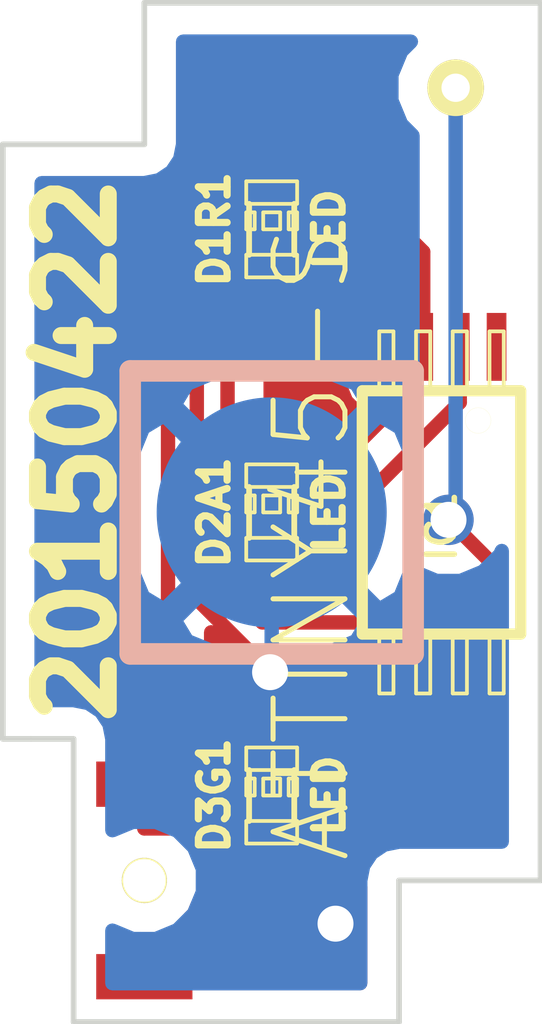
<source format=kicad_pcb>
(kicad_pcb (version 3) (host pcbnew "(2013-jul-07)-stable")

  (general
    (links 10)
    (no_connects 0)
    (area 89.714288 31.150001 140.535715 71.2)
    (thickness 1.6)
    (drawings 40)
    (tracks 54)
    (zones 0)
    (modules 7)
    (nets 7)
  )

  (page A3)
  (layers
    (15 F.Cu signal)
    (0 B.Cu signal)
    (16 B.Adhes user)
    (17 F.Adhes user)
    (18 B.Paste user)
    (19 F.Paste user)
    (20 B.SilkS user)
    (21 F.SilkS user)
    (22 B.Mask user)
    (23 F.Mask user)
    (24 Dwgs.User user hide)
    (25 Cmts.User user)
    (26 Eco1.User user)
    (27 Eco2.User user)
    (28 Edge.Cuts user)
  )

  (setup
    (last_trace_width 0.254)
    (trace_clearance 0.254)
    (zone_clearance 0.508)
    (zone_45_only no)
    (trace_min 0.254)
    (segment_width 0.2)
    (edge_width 0.1)
    (via_size 0.889)
    (via_drill 0.635)
    (via_min_size 0.889)
    (via_min_drill 0.508)
    (uvia_size 0.508)
    (uvia_drill 0.127)
    (uvias_allowed no)
    (uvia_min_size 0.508)
    (uvia_min_drill 0.127)
    (pcb_text_width 0.3)
    (pcb_text_size 1.5 1.5)
    (mod_edge_width 0.15)
    (mod_text_size 1 1)
    (mod_text_width 0.15)
    (pad_size 4.064 4.064)
    (pad_drill 0)
    (pad_to_mask_clearance 0)
    (aux_axis_origin 0 0)
    (visible_elements FFFFFFBF)
    (pcbplotparams
      (layerselection 284983297)
      (usegerberextensions true)
      (excludeedgelayer true)
      (linewidth 0.150000)
      (plotframeref false)
      (viasonmask false)
      (mode 1)
      (useauxorigin false)
      (hpglpennumber 1)
      (hpglpenspeed 20)
      (hpglpendiameter 15)
      (hpglpenoverlay 2)
      (psnegative false)
      (psa4output false)
      (plotreference true)
      (plotvalue true)
      (plotothertext true)
      (plotinvisibletext false)
      (padsonsilk false)
      (subtractmaskfromsilk true)
      (outputformat 1)
      (mirror false)
      (drillshape 0)
      (scaleselection 1)
      (outputdirectory gerber/))
  )

  (net 0 "")
  (net 1 N-000001)
  (net 2 N-000002)
  (net 3 N-000003)
  (net 4 N-000004)
  (net 5 N-000005)
  (net 6 N-000006)

  (net_class Default "This is the default net class."
    (clearance 0.254)
    (trace_width 0.254)
    (via_dia 0.889)
    (via_drill 0.635)
    (uvia_dia 0.508)
    (uvia_drill 0.127)
    (add_net "")
    (add_net N-000001)
    (add_net N-000002)
    (add_net N-000003)
    (add_net N-000004)
    (add_net N-000005)
    (add_net N-000006)
  )

  (module SW_en-b3u-3615 (layer F.Cu) (tedit 5538140D) (tstamp 55380436)
    (at 103 60 90)
    (path /5537F99D)
    (fp_text reference SW1 (at 0 1.8 90) (layer F.SilkS) hide
      (effects (font (size 1 1) (thickness 0.15)))
    )
    (fp_text value SW_PUSH (at 0 -1.9 90) (layer F.SilkS) hide
      (effects (font (size 1 1) (thickness 0.15)))
    )
    (fp_line (start -1.5 -1.25) (end 0 -1.25) (layer Dwgs.User) (width 0.15))
    (fp_line (start 0 1.25) (end 1.5 1.25) (layer Dwgs.User) (width 0.15))
    (fp_line (start 1.5 1.25) (end -1.5 1.25) (layer Dwgs.User) (width 0.15))
    (fp_line (start 0 -1.25) (end 0.25 -1.25) (layer Dwgs.User) (width 0.15))
    (fp_line (start 0.25 -1.25) (end 1.5 -1.25) (layer Dwgs.User) (width 0.15))
    (fp_line (start 0 1.25) (end 0.25 1.25) (layer Dwgs.User) (width 0.15))
    (pad 1 smd rect (at -1.7 0 90) (size 0.8 1.7)
      (layers F.Cu F.Paste F.Mask)
      (net 1 N-000001)
    )
    (pad 2 smd rect (at 1.7 0 90) (size 0.8 1.7)
      (layers F.Cu F.Paste F.Mask)
      (net 4 N-000004)
    )
    (pad "" thru_hole circle (at 0 0 90) (size 0.8 0.8) (drill 0.75)
      (layers *.Cu *.Mask F.SilkS)
    )
  )

  (module 1PIN_SMD (layer B.Cu) (tedit 5538094A) (tstamp 55380103)
    (at 105.25 53.5)
    (descr "module 1 pin (ou trou mecanique de percage)")
    (tags DEV)
    (path /5537FA46)
    (fp_text reference GND1 (at 0 3.50012) (layer B.SilkS) hide
      (effects (font (size 1.016 1.016) (thickness 0.254)) (justify mirror))
    )
    (fp_text value CONNECTOR (at 0.24892 -3.74904) (layer B.SilkS) hide
      (effects (font (size 1.016 1.016) (thickness 0.254)) (justify mirror))
    )
    (fp_line (start -2.49936 2.49936) (end 2.49936 2.49936) (layer B.SilkS) (width 0.381))
    (fp_line (start 2.49936 2.49936) (end 2.49936 -2.49936) (layer B.SilkS) (width 0.381))
    (fp_line (start 2.49936 -2.49936) (end -2.49936 -2.49936) (layer B.SilkS) (width 0.381))
    (fp_line (start -2.49936 -2.49936) (end -2.49936 2.49936) (layer B.SilkS) (width 0.381))
    (pad 1 smd circle (at 0 0) (size 4.064 4.064)
      (layers B.Cu B.Paste B.Mask)
      (net 1 N-000001)
    )
  )

  (module 1pin (layer F.Cu) (tedit 55380FEF) (tstamp 55380873)
    (at 108.5 46)
    (descr "module 1 pin (ou trou mecanique de percage)")
    (tags DEV)
    (path /5537FA6B)
    (fp_text reference V+1 (at 0 -1.4) (layer F.SilkS) hide
      (effects (font (size 1.016 1.016) (thickness 0.254)))
    )
    (fp_text value CONNECTOR (at 0 1.6) (layer F.SilkS) hide
      (effects (font (size 1.016 1.016) (thickness 0.254)))
    )
    (pad 1 thru_hole circle (at 0 0) (size 1 1) (drill 0.5)
      (layers *.Cu *.Mask F.SilkS)
      (net 2 N-000002)
    )
  )

  (module LED-0603 (layer F.Cu) (tedit 4E16AFB4) (tstamp 55380091)
    (at 105.25 48.5 90)
    (descr "LED 0603 smd package")
    (tags "LED led 0603 SMD smd SMT smt smdled SMDLED smtled SMTLED")
    (path /5537F654)
    (attr smd)
    (fp_text reference D1R1 (at 0 -1.016 90) (layer F.SilkS)
      (effects (font (size 0.508 0.508) (thickness 0.127)))
    )
    (fp_text value LED (at 0 1.016 90) (layer F.SilkS)
      (effects (font (size 0.508 0.508) (thickness 0.127)))
    )
    (fp_line (start 0.44958 -0.44958) (end 0.44958 0.44958) (layer F.SilkS) (width 0.06604))
    (fp_line (start 0.44958 0.44958) (end 0.84836 0.44958) (layer F.SilkS) (width 0.06604))
    (fp_line (start 0.84836 -0.44958) (end 0.84836 0.44958) (layer F.SilkS) (width 0.06604))
    (fp_line (start 0.44958 -0.44958) (end 0.84836 -0.44958) (layer F.SilkS) (width 0.06604))
    (fp_line (start -0.84836 -0.44958) (end -0.84836 0.44958) (layer F.SilkS) (width 0.06604))
    (fp_line (start -0.84836 0.44958) (end -0.44958 0.44958) (layer F.SilkS) (width 0.06604))
    (fp_line (start -0.44958 -0.44958) (end -0.44958 0.44958) (layer F.SilkS) (width 0.06604))
    (fp_line (start -0.84836 -0.44958) (end -0.44958 -0.44958) (layer F.SilkS) (width 0.06604))
    (fp_line (start 0 -0.44958) (end 0 -0.29972) (layer F.SilkS) (width 0.06604))
    (fp_line (start 0 -0.29972) (end 0.29972 -0.29972) (layer F.SilkS) (width 0.06604))
    (fp_line (start 0.29972 -0.44958) (end 0.29972 -0.29972) (layer F.SilkS) (width 0.06604))
    (fp_line (start 0 -0.44958) (end 0.29972 -0.44958) (layer F.SilkS) (width 0.06604))
    (fp_line (start 0 0.29972) (end 0 0.44958) (layer F.SilkS) (width 0.06604))
    (fp_line (start 0 0.44958) (end 0.29972 0.44958) (layer F.SilkS) (width 0.06604))
    (fp_line (start 0.29972 0.29972) (end 0.29972 0.44958) (layer F.SilkS) (width 0.06604))
    (fp_line (start 0 0.29972) (end 0.29972 0.29972) (layer F.SilkS) (width 0.06604))
    (fp_line (start 0 -0.14986) (end 0 0.14986) (layer F.SilkS) (width 0.06604))
    (fp_line (start 0 0.14986) (end 0.29972 0.14986) (layer F.SilkS) (width 0.06604))
    (fp_line (start 0.29972 -0.14986) (end 0.29972 0.14986) (layer F.SilkS) (width 0.06604))
    (fp_line (start 0 -0.14986) (end 0.29972 -0.14986) (layer F.SilkS) (width 0.06604))
    (fp_line (start 0.44958 -0.39878) (end -0.44958 -0.39878) (layer F.SilkS) (width 0.1016))
    (fp_line (start 0.44958 0.39878) (end -0.44958 0.39878) (layer F.SilkS) (width 0.1016))
    (pad 1 smd rect (at -0.7493 0 90) (size 0.79756 0.79756)
      (layers F.Cu F.Paste F.Mask)
      (net 3 N-000003)
    )
    (pad 2 smd rect (at 0.7493 0 90) (size 0.79756 0.79756)
      (layers F.Cu F.Paste F.Mask)
      (net 1 N-000001)
    )
  )

  (module LED-0603 (layer F.Cu) (tedit 4E16AFB4) (tstamp 553800AD)
    (at 105.25 53.5 90)
    (descr "LED 0603 smd package")
    (tags "LED led 0603 SMD smd SMT smt smdled SMDLED smtled SMTLED")
    (path /5537F68E)
    (attr smd)
    (fp_text reference D2A1 (at 0 -1.016 90) (layer F.SilkS)
      (effects (font (size 0.508 0.508) (thickness 0.127)))
    )
    (fp_text value LED (at 0 1.016 90) (layer F.SilkS)
      (effects (font (size 0.508 0.508) (thickness 0.127)))
    )
    (fp_line (start 0.44958 -0.44958) (end 0.44958 0.44958) (layer F.SilkS) (width 0.06604))
    (fp_line (start 0.44958 0.44958) (end 0.84836 0.44958) (layer F.SilkS) (width 0.06604))
    (fp_line (start 0.84836 -0.44958) (end 0.84836 0.44958) (layer F.SilkS) (width 0.06604))
    (fp_line (start 0.44958 -0.44958) (end 0.84836 -0.44958) (layer F.SilkS) (width 0.06604))
    (fp_line (start -0.84836 -0.44958) (end -0.84836 0.44958) (layer F.SilkS) (width 0.06604))
    (fp_line (start -0.84836 0.44958) (end -0.44958 0.44958) (layer F.SilkS) (width 0.06604))
    (fp_line (start -0.44958 -0.44958) (end -0.44958 0.44958) (layer F.SilkS) (width 0.06604))
    (fp_line (start -0.84836 -0.44958) (end -0.44958 -0.44958) (layer F.SilkS) (width 0.06604))
    (fp_line (start 0 -0.44958) (end 0 -0.29972) (layer F.SilkS) (width 0.06604))
    (fp_line (start 0 -0.29972) (end 0.29972 -0.29972) (layer F.SilkS) (width 0.06604))
    (fp_line (start 0.29972 -0.44958) (end 0.29972 -0.29972) (layer F.SilkS) (width 0.06604))
    (fp_line (start 0 -0.44958) (end 0.29972 -0.44958) (layer F.SilkS) (width 0.06604))
    (fp_line (start 0 0.29972) (end 0 0.44958) (layer F.SilkS) (width 0.06604))
    (fp_line (start 0 0.44958) (end 0.29972 0.44958) (layer F.SilkS) (width 0.06604))
    (fp_line (start 0.29972 0.29972) (end 0.29972 0.44958) (layer F.SilkS) (width 0.06604))
    (fp_line (start 0 0.29972) (end 0.29972 0.29972) (layer F.SilkS) (width 0.06604))
    (fp_line (start 0 -0.14986) (end 0 0.14986) (layer F.SilkS) (width 0.06604))
    (fp_line (start 0 0.14986) (end 0.29972 0.14986) (layer F.SilkS) (width 0.06604))
    (fp_line (start 0.29972 -0.14986) (end 0.29972 0.14986) (layer F.SilkS) (width 0.06604))
    (fp_line (start 0 -0.14986) (end 0.29972 -0.14986) (layer F.SilkS) (width 0.06604))
    (fp_line (start 0.44958 -0.39878) (end -0.44958 -0.39878) (layer F.SilkS) (width 0.1016))
    (fp_line (start 0.44958 0.39878) (end -0.44958 0.39878) (layer F.SilkS) (width 0.1016))
    (pad 1 smd rect (at -0.7493 0 90) (size 0.79756 0.79756)
      (layers F.Cu F.Paste F.Mask)
      (net 5 N-000005)
    )
    (pad 2 smd rect (at 0.7493 0 90) (size 0.79756 0.79756)
      (layers F.Cu F.Paste F.Mask)
      (net 1 N-000001)
    )
  )

  (module LED-0603 (layer F.Cu) (tedit 4E16AFB4) (tstamp 553800C9)
    (at 105.25 58.5 90)
    (descr "LED 0603 smd package")
    (tags "LED led 0603 SMD smd SMT smt smdled SMDLED smtled SMTLED")
    (path /5537F694)
    (attr smd)
    (fp_text reference D3G1 (at 0 -1.016 90) (layer F.SilkS)
      (effects (font (size 0.508 0.508) (thickness 0.127)))
    )
    (fp_text value LED (at 0 1.016 90) (layer F.SilkS)
      (effects (font (size 0.508 0.508) (thickness 0.127)))
    )
    (fp_line (start 0.44958 -0.44958) (end 0.44958 0.44958) (layer F.SilkS) (width 0.06604))
    (fp_line (start 0.44958 0.44958) (end 0.84836 0.44958) (layer F.SilkS) (width 0.06604))
    (fp_line (start 0.84836 -0.44958) (end 0.84836 0.44958) (layer F.SilkS) (width 0.06604))
    (fp_line (start 0.44958 -0.44958) (end 0.84836 -0.44958) (layer F.SilkS) (width 0.06604))
    (fp_line (start -0.84836 -0.44958) (end -0.84836 0.44958) (layer F.SilkS) (width 0.06604))
    (fp_line (start -0.84836 0.44958) (end -0.44958 0.44958) (layer F.SilkS) (width 0.06604))
    (fp_line (start -0.44958 -0.44958) (end -0.44958 0.44958) (layer F.SilkS) (width 0.06604))
    (fp_line (start -0.84836 -0.44958) (end -0.44958 -0.44958) (layer F.SilkS) (width 0.06604))
    (fp_line (start 0 -0.44958) (end 0 -0.29972) (layer F.SilkS) (width 0.06604))
    (fp_line (start 0 -0.29972) (end 0.29972 -0.29972) (layer F.SilkS) (width 0.06604))
    (fp_line (start 0.29972 -0.44958) (end 0.29972 -0.29972) (layer F.SilkS) (width 0.06604))
    (fp_line (start 0 -0.44958) (end 0.29972 -0.44958) (layer F.SilkS) (width 0.06604))
    (fp_line (start 0 0.29972) (end 0 0.44958) (layer F.SilkS) (width 0.06604))
    (fp_line (start 0 0.44958) (end 0.29972 0.44958) (layer F.SilkS) (width 0.06604))
    (fp_line (start 0.29972 0.29972) (end 0.29972 0.44958) (layer F.SilkS) (width 0.06604))
    (fp_line (start 0 0.29972) (end 0.29972 0.29972) (layer F.SilkS) (width 0.06604))
    (fp_line (start 0 -0.14986) (end 0 0.14986) (layer F.SilkS) (width 0.06604))
    (fp_line (start 0 0.14986) (end 0.29972 0.14986) (layer F.SilkS) (width 0.06604))
    (fp_line (start 0.29972 -0.14986) (end 0.29972 0.14986) (layer F.SilkS) (width 0.06604))
    (fp_line (start 0 -0.14986) (end 0.29972 -0.14986) (layer F.SilkS) (width 0.06604))
    (fp_line (start 0.44958 -0.39878) (end -0.44958 -0.39878) (layer F.SilkS) (width 0.1016))
    (fp_line (start 0.44958 0.39878) (end -0.44958 0.39878) (layer F.SilkS) (width 0.1016))
    (pad 1 smd rect (at -0.7493 0 90) (size 0.79756 0.79756)
      (layers F.Cu F.Paste F.Mask)
      (net 6 N-000006)
    )
    (pad 2 smd rect (at 0.7493 0 90) (size 0.79756 0.79756)
      (layers F.Cu F.Paste F.Mask)
      (net 1 N-000001)
    )
  )

  (module analog-devices-TSSOP8 (layer F.Cu) (tedit 505105E9) (tstamp 55380EB8)
    (at 108.25 53.5 270)
    (descr TSSOP)
    (tags TSSOP)
    (path /5537F49D)
    (attr smd)
    (fp_text reference IC1 (at 0.24892 0 270) (layer F.SilkS)
      (effects (font (size 0.50038 0.50038) (thickness 0.09906)))
    )
    (fp_text value ATTINY45-S (at 0.5588 2.28854 270) (layer F.SilkS)
      (effects (font (size 1.27 1.27) (thickness 0.0889)))
    )
    (fp_line (start -3.19786 -0.84836) (end -2.19964 -0.84836) (layer F.SilkS) (width 0.06604))
    (fp_line (start -2.19964 -0.84836) (end -2.19964 -1.09982) (layer F.SilkS) (width 0.06604))
    (fp_line (start -3.19786 -1.09982) (end -2.19964 -1.09982) (layer F.SilkS) (width 0.06604))
    (fp_line (start -3.19786 -0.84836) (end -3.19786 -1.09982) (layer F.SilkS) (width 0.06604))
    (fp_line (start -3.19786 -0.19812) (end -2.19964 -0.19812) (layer F.SilkS) (width 0.06604))
    (fp_line (start -2.19964 -0.19812) (end -2.19964 -0.44958) (layer F.SilkS) (width 0.06604))
    (fp_line (start -3.19786 -0.44958) (end -2.19964 -0.44958) (layer F.SilkS) (width 0.06604))
    (fp_line (start -3.19786 -0.19812) (end -3.19786 -0.44958) (layer F.SilkS) (width 0.06604))
    (fp_line (start -3.19786 0.44958) (end -2.19964 0.44958) (layer F.SilkS) (width 0.06604))
    (fp_line (start -2.19964 0.44958) (end -2.19964 0.19812) (layer F.SilkS) (width 0.06604))
    (fp_line (start -3.19786 0.19812) (end -2.19964 0.19812) (layer F.SilkS) (width 0.06604))
    (fp_line (start -3.19786 0.44958) (end -3.19786 0.19812) (layer F.SilkS) (width 0.06604))
    (fp_line (start -3.19786 1.09982) (end -2.19964 1.09982) (layer F.SilkS) (width 0.06604))
    (fp_line (start -2.19964 1.09982) (end -2.19964 0.84836) (layer F.SilkS) (width 0.06604))
    (fp_line (start -3.19786 0.84836) (end -2.19964 0.84836) (layer F.SilkS) (width 0.06604))
    (fp_line (start -3.19786 1.09982) (end -3.19786 0.84836) (layer F.SilkS) (width 0.06604))
    (fp_line (start 2.19964 1.09982) (end 3.19786 1.09982) (layer F.SilkS) (width 0.06604))
    (fp_line (start 3.19786 1.09982) (end 3.19786 0.84836) (layer F.SilkS) (width 0.06604))
    (fp_line (start 2.19964 0.84836) (end 3.19786 0.84836) (layer F.SilkS) (width 0.06604))
    (fp_line (start 2.19964 1.09982) (end 2.19964 0.84836) (layer F.SilkS) (width 0.06604))
    (fp_line (start 2.19964 0.44958) (end 3.19786 0.44958) (layer F.SilkS) (width 0.06604))
    (fp_line (start 3.19786 0.44958) (end 3.19786 0.19812) (layer F.SilkS) (width 0.06604))
    (fp_line (start 2.19964 0.19812) (end 3.19786 0.19812) (layer F.SilkS) (width 0.06604))
    (fp_line (start 2.19964 0.44958) (end 2.19964 0.19812) (layer F.SilkS) (width 0.06604))
    (fp_line (start 2.19964 -0.19812) (end 3.19786 -0.19812) (layer F.SilkS) (width 0.06604))
    (fp_line (start 3.19786 -0.19812) (end 3.19786 -0.44958) (layer F.SilkS) (width 0.06604))
    (fp_line (start 2.19964 -0.44958) (end 3.19786 -0.44958) (layer F.SilkS) (width 0.06604))
    (fp_line (start 2.19964 -0.19812) (end 2.19964 -0.44958) (layer F.SilkS) (width 0.06604))
    (fp_line (start 2.19964 -0.84836) (end 3.19786 -0.84836) (layer F.SilkS) (width 0.06604))
    (fp_line (start 3.19786 -0.84836) (end 3.19786 -1.09982) (layer F.SilkS) (width 0.06604))
    (fp_line (start 2.19964 -1.09982) (end 3.19786 -1.09982) (layer F.SilkS) (width 0.06604))
    (fp_line (start 2.19964 -0.84836) (end 2.19964 -1.09982) (layer F.SilkS) (width 0.06604))
    (fp_line (start -2.14884 1.39954) (end 2.14884 1.39954) (layer F.SilkS) (width 0.19812))
    (fp_line (start 2.14884 1.39954) (end 2.14884 -1.39954) (layer F.SilkS) (width 0.19812))
    (fp_line (start 2.14884 -1.39954) (end -2.14884 -1.39954) (layer F.SilkS) (width 0.19812))
    (fp_line (start -2.14884 -1.39954) (end -2.14884 1.39954) (layer F.SilkS) (width 0.19812))
    (fp_circle (center -1.62306 -0.6477) (end -1.78308 -0.80772) (layer F.SilkS) (width 0.00254))
    (pad 1 smd rect (at -2.92354 -0.97282 270) (size 1.19888 0.34798)
      (layers F.Cu F.Paste F.Mask)
    )
    (pad 2 smd rect (at -2.92354 -0.32258 270) (size 1.19888 0.34798)
      (layers F.Cu F.Paste F.Mask)
      (net 5 N-000005)
    )
    (pad 3 smd rect (at -2.92354 0.32258 270) (size 1.19888 0.34798)
      (layers F.Cu F.Paste F.Mask)
      (net 6 N-000006)
    )
    (pad 4 smd rect (at -2.92354 0.97282 270) (size 1.19888 0.34798)
      (layers F.Cu F.Paste F.Mask)
      (net 1 N-000001)
    )
    (pad 5 smd rect (at 2.92354 0.97282 270) (size 1.19888 0.34798)
      (layers F.Cu F.Paste F.Mask)
      (net 4 N-000004)
    )
    (pad 6 smd rect (at 2.92354 0.32258 270) (size 1.19888 0.34798)
      (layers F.Cu F.Paste F.Mask)
      (net 3 N-000003)
    )
    (pad 7 smd rect (at 2.92354 -0.32258 270) (size 1.19888 0.34798)
      (layers F.Cu F.Paste F.Mask)
    )
    (pad 8 smd rect (at 2.92354 -0.97282 270) (size 1.19888 0.34798)
      (layers F.Cu F.Paste F.Mask)
      (net 2 N-000002)
    )
  )

  (gr_text 20150422 (at 101.8 52.4 90) (layer F.SilkS)
    (effects (font (size 1.25 1.25) (thickness 0.3)))
  )
  (gr_line (start 107.5 62.5) (end 101.75 62.5) (angle 90) (layer Edge.Cuts) (width 0.1))
  (gr_line (start 101.75 57.5) (end 101.75 62.5) (angle 90) (layer Edge.Cuts) (width 0.1))
  (gr_line (start 101.75 57.5) (end 101 57.5) (angle 90) (layer Edge.Cuts) (width 0.1))
  (dimension 1.25 (width 0.3) (layer Dwgs.User)
    (gr_text "1.250 mm" (at 101.125 65.849999) (layer Dwgs.User)
      (effects (font (size 1.5 1.5) (thickness 0.3)))
    )
    (feature1 (pts (xy 100.5 62.5) (xy 100.5 67.199999)))
    (feature2 (pts (xy 101.75 62.5) (xy 101.75 67.199999)))
    (crossbar (pts (xy 101.75 64.499999) (xy 100.5 64.499999)))
    (arrow1a (pts (xy 100.5 64.499999) (xy 101.626503 63.913579)))
    (arrow1b (pts (xy 100.5 64.499999) (xy 101.626503 65.086419)))
    (arrow2a (pts (xy 101.75 64.499999) (xy 100.623497 63.913579)))
    (arrow2b (pts (xy 101.75 64.499999) (xy 100.623497 65.086419)))
  )
  (dimension 2.5 (width 0.3) (layer Dwgs.User)
    (gr_text "2.500 mm" (at 101.75 69.849999) (layer Dwgs.User)
      (effects (font (size 1.5 1.5) (thickness 0.3)))
    )
    (feature1 (pts (xy 103 63) (xy 103 71.199999)))
    (feature2 (pts (xy 100.5 63) (xy 100.5 71.199999)))
    (crossbar (pts (xy 100.5 68.499999) (xy 103 68.499999)))
    (arrow1a (pts (xy 103 68.499999) (xy 101.873497 69.086419)))
    (arrow1b (pts (xy 103 68.499999) (xy 101.873497 67.913579)))
    (arrow2a (pts (xy 100.5 68.499999) (xy 101.626503 69.086419)))
    (arrow2b (pts (xy 100.5 68.499999) (xy 101.626503 67.913579)))
  )
  (gr_line (start 100.5 47) (end 100.5 57.5) (angle 90) (layer Edge.Cuts) (width 0.1))
  (gr_line (start 101 57.5) (end 100.5 57.5) (angle 90) (layer Edge.Cuts) (width 0.1))
  (gr_line (start 110 48.5) (end 105.25 48.5) (angle 90) (layer Dwgs.User) (width 0.2))
  (dimension 4 (width 0.3) (layer Dwgs.User)
    (gr_text "4.000 mm" (at 115.599999 46.5 270) (layer Dwgs.User)
      (effects (font (size 1.5 1.5) (thickness 0.3)))
    )
    (feature1 (pts (xy 110 48.5) (xy 116.949999 48.5)))
    (feature2 (pts (xy 110 44.5) (xy 116.949999 44.5)))
    (crossbar (pts (xy 114.249999 44.5) (xy 114.249999 48.5)))
    (arrow1a (pts (xy 114.249999 48.5) (xy 113.663579 47.373497)))
    (arrow1b (pts (xy 114.249999 48.5) (xy 114.836419 47.373497)))
    (arrow2a (pts (xy 114.249999 44.5) (xy 113.663579 45.626503)))
    (arrow2b (pts (xy 114.249999 44.5) (xy 114.836419 45.626503)))
  )
  (gr_line (start 110 58.5) (end 105.25 58.5) (angle 90) (layer Dwgs.User) (width 0.2))
  (dimension 4 (width 0.3) (layer Dwgs.User)
    (gr_text "4.000 mm" (at 114.6 60.5 90) (layer Dwgs.User)
      (effects (font (size 1.5 1.5) (thickness 0.3)))
    )
    (feature1 (pts (xy 110 58.5) (xy 115.95 58.5)))
    (feature2 (pts (xy 110 62.5) (xy 115.95 62.5)))
    (crossbar (pts (xy 113.25 62.5) (xy 113.25 58.5)))
    (arrow1a (pts (xy 113.25 58.5) (xy 113.83642 59.626503)))
    (arrow1b (pts (xy 113.25 58.5) (xy 112.66358 59.626503)))
    (arrow2a (pts (xy 113.25 62.5) (xy 113.83642 61.373497)))
    (arrow2b (pts (xy 113.25 62.5) (xy 112.66358 61.373497)))
  )
  (gr_line (start 105.25 49) (end 110 49) (angle 90) (layer Dwgs.User) (width 0.2))
  (dimension 4.5 (width 0.3) (layer Dwgs.User)
    (gr_text "4.500 mm" (at 134.6 51.25 90) (layer Dwgs.User)
      (effects (font (size 1.5 1.5) (thickness 0.3)))
    )
    (feature1 (pts (xy 110 49) (xy 135.95 49)))
    (feature2 (pts (xy 110 53.5) (xy 135.95 53.5)))
    (crossbar (pts (xy 133.25 53.5) (xy 133.25 49)))
    (arrow1a (pts (xy 133.25 49) (xy 133.83642 50.126503)))
    (arrow1b (pts (xy 133.25 49) (xy 132.66358 50.126503)))
    (arrow2a (pts (xy 133.25 53.5) (xy 133.83642 52.373497)))
    (arrow2b (pts (xy 133.25 53.5) (xy 132.66358 52.373497)))
  )
  (gr_line (start 110 58) (end 105.25 58) (angle 90) (layer Dwgs.User) (width 0.2))
  (gr_line (start 110 58.25) (end 110 58) (angle 90) (layer Dwgs.User) (width 0.2))
  (dimension 4.5 (width 0.3) (layer Dwgs.User)
    (gr_text "4.500 mm" (at 134.35 60.25 90) (layer Dwgs.User)
      (effects (font (size 1.5 1.5) (thickness 0.3)))
    )
    (feature1 (pts (xy 110 58) (xy 135.7 58)))
    (feature2 (pts (xy 110 62.5) (xy 135.7 62.5)))
    (crossbar (pts (xy 133 62.5) (xy 133 58)))
    (arrow1a (pts (xy 133 58) (xy 133.58642 59.126503)))
    (arrow1b (pts (xy 133 58) (xy 132.41358 59.126503)))
    (arrow2a (pts (xy 133 62.5) (xy 133.58642 61.373497)))
    (arrow2b (pts (xy 133 62.5) (xy 132.41358 61.373497)))
  )
  (gr_line (start 105.25 44.75) (end 105.25 62.5) (angle 90) (layer Dwgs.User) (width 0.2))
  (dimension 4.75 (width 0.3) (layer Dwgs.User)
    (gr_text "4.750 mm" (at 107.625 40.400001) (layer Dwgs.User)
      (effects (font (size 1.5 1.5) (thickness 0.3)))
    )
    (feature1 (pts (xy 105.25 44.5) (xy 105.25 39.050001)))
    (feature2 (pts (xy 110 44.5) (xy 110 39.050001)))
    (crossbar (pts (xy 110 41.750001) (xy 105.25 41.750001)))
    (arrow1a (pts (xy 105.25 41.750001) (xy 106.376503 41.163581)))
    (arrow1b (pts (xy 105.25 41.750001) (xy 106.376503 42.336421)))
    (arrow2a (pts (xy 110 41.750001) (xy 108.873497 41.163581)))
    (arrow2b (pts (xy 110 41.750001) (xy 108.873497 42.336421)))
  )
  (gr_line (start 110 53.5) (end 100.5 53.5) (angle 90) (layer Dwgs.User) (width 0.2))
  (dimension 9 (width 0.3) (layer Dwgs.User)
    (gr_text "9.000 mm" (at 128.1 58 90) (layer Dwgs.User)
      (effects (font (size 1.5 1.5) (thickness 0.3)))
    )
    (feature1 (pts (xy 110 53.5) (xy 129.45 53.5)))
    (feature2 (pts (xy 110 62.5) (xy 129.45 62.5)))
    (crossbar (pts (xy 126.75 62.5) (xy 126.75 53.5)))
    (arrow1a (pts (xy 126.75 53.5) (xy 127.33642 54.626503)))
    (arrow1b (pts (xy 126.75 53.5) (xy 126.16358 54.626503)))
    (arrow2a (pts (xy 126.75 62.5) (xy 127.33642 61.373497)))
    (arrow2b (pts (xy 126.75 62.5) (xy 126.16358 61.373497)))
  )
  (gr_line (start 107.5 60) (end 107.5 62.5) (angle 90) (layer Edge.Cuts) (width 0.1))
  (gr_line (start 110 60) (end 107.5 60) (angle 90) (layer Edge.Cuts) (width 0.1))
  (gr_line (start 110 44.5) (end 110 60) (angle 90) (layer Edge.Cuts) (width 0.1))
  (gr_line (start 107.5 60) (end 107.5 62.5) (angle 90) (layer Dwgs.User) (width 0.2))
  (gr_line (start 110 60) (end 107.5 60) (angle 90) (layer Dwgs.User) (width 0.2))
  (dimension 2.5 (width 0.3) (layer Dwgs.User)
    (gr_text "2.500 mm" (at 120.1 61.25 90) (layer Dwgs.User)
      (effects (font (size 1.5 1.5) (thickness 0.3)))
    )
    (feature1 (pts (xy 110 60) (xy 121.45 60)))
    (feature2 (pts (xy 110 62.5) (xy 121.45 62.5)))
    (crossbar (pts (xy 118.75 62.5) (xy 118.75 60)))
    (arrow1a (pts (xy 118.75 60) (xy 119.33642 61.126503)))
    (arrow1b (pts (xy 118.75 60) (xy 118.16358 61.126503)))
    (arrow2a (pts (xy 118.75 62.5) (xy 119.33642 61.373497)))
    (arrow2b (pts (xy 118.75 62.5) (xy 118.16358 61.373497)))
  )
  (gr_line (start 100.5 62.5) (end 110 62.5) (angle 90) (layer Dwgs.User) (width 0.2))
  (gr_line (start 100.5 44.5) (end 100.5 62.5) (angle 90) (layer Dwgs.User) (width 0.2))
  (gr_line (start 110 44.5) (end 110 62.5) (angle 90) (layer Dwgs.User) (width 0.2))
  (dimension 18 (width 0.3) (layer Dwgs.User)
    (gr_text "18.000 mm" (at 123.599999 53.500001 270) (layer Dwgs.User)
      (effects (font (size 1.5 1.5) (thickness 0.3)))
    )
    (feature1 (pts (xy 110 62.5) (xy 124.949999 62.500001)))
    (feature2 (pts (xy 110 44.5) (xy 124.949999 44.500001)))
    (crossbar (pts (xy 122.249999 44.500001) (xy 122.249999 62.500001)))
    (arrow1a (pts (xy 122.249999 62.500001) (xy 121.663579 61.373498)))
    (arrow1b (pts (xy 122.249999 62.500001) (xy 122.836419 61.373498)))
    (arrow2a (pts (xy 122.249999 44.500001) (xy 121.663579 45.626504)))
    (arrow2b (pts (xy 122.249999 44.500001) (xy 122.836419 45.626504)))
  )
  (gr_line (start 103 47) (end 100.5 47) (angle 90) (layer Dwgs.User) (width 0.2))
  (gr_line (start 103 44.5) (end 103 47) (angle 90) (layer Dwgs.User) (width 0.2))
  (dimension 2.5 (width 0.3) (layer Dwgs.User)
    (gr_text "2.500 mm" (at 95.650001 45.75 270) (layer Dwgs.User)
      (effects (font (size 1.5 1.5) (thickness 0.3)))
    )
    (feature1 (pts (xy 100.5 47) (xy 94.300001 47)))
    (feature2 (pts (xy 100.5 44.5) (xy 94.300001 44.5)))
    (crossbar (pts (xy 97.000001 44.5) (xy 97.000001 47)))
    (arrow1a (pts (xy 97.000001 47) (xy 96.413581 45.873497)))
    (arrow1b (pts (xy 97.000001 47) (xy 97.586421 45.873497)))
    (arrow2a (pts (xy 97.000001 44.5) (xy 96.413581 45.626503)))
    (arrow2b (pts (xy 97.000001 44.5) (xy 97.586421 45.626503)))
  )
  (dimension 2.5 (width 0.3) (layer Dwgs.User)
    (gr_text "2.500 mm" (at 101.75 32.650001) (layer Dwgs.User)
      (effects (font (size 1.5 1.5) (thickness 0.3)))
    )
    (feature1 (pts (xy 103 44.5) (xy 103 31.300001)))
    (feature2 (pts (xy 100.5 44.5) (xy 100.5 31.300001)))
    (crossbar (pts (xy 100.5 34.000001) (xy 103 34.000001)))
    (arrow1a (pts (xy 103 34.000001) (xy 101.873497 34.586421)))
    (arrow1b (pts (xy 103 34.000001) (xy 101.873497 33.413581)))
    (arrow2a (pts (xy 100.5 34.000001) (xy 101.626503 34.586421)))
    (arrow2b (pts (xy 100.5 34.000001) (xy 101.626503 33.413581)))
  )
  (dimension 9.5 (width 0.3) (layer Dwgs.User)
    (gr_text "9.500 mm" (at 105.25 37.650001) (layer Dwgs.User)
      (effects (font (size 1.5 1.5) (thickness 0.3)))
    )
    (feature1 (pts (xy 100.5 44.5) (xy 100.5 36.300001)))
    (feature2 (pts (xy 110 44.5) (xy 110 36.300001)))
    (crossbar (pts (xy 110 39.000001) (xy 100.5 39.000001)))
    (arrow1a (pts (xy 100.5 39.000001) (xy 101.626503 38.413581)))
    (arrow1b (pts (xy 100.5 39.000001) (xy 101.626503 39.586421)))
    (arrow2a (pts (xy 110 39.000001) (xy 108.873497 38.413581)))
    (arrow2b (pts (xy 110 39.000001) (xy 108.873497 39.586421)))
  )
  (gr_line (start 100 44.5) (end 110 44.5) (angle 90) (layer Dwgs.User) (width 0.2))
  (gr_line (start 103 44.5) (end 110 44.5) (angle 90) (layer Edge.Cuts) (width 0.1))
  (gr_line (start 103 47) (end 103 44.5) (angle 90) (layer Edge.Cuts) (width 0.1))
  (gr_line (start 100.5 47) (end 103 47) (angle 90) (layer Edge.Cuts) (width 0.1))

  (via (at 105.2213 56.322) (size 0.889) (layers F.Cu B.Cu) (net 1))
  (via (at 106.3777 60.7637) (size 0.889) (layers F.Cu B.Cu) (net 1))
  (segment (start 106.0301 48.3487) (end 106.0301 47.7507) (width 0.254) (layer F.Cu) (net 1))
  (segment (start 107.2772 49.5958) (end 106.0301 48.3487) (width 0.254) (layer F.Cu) (net 1))
  (segment (start 107.2772 50.5765) (end 107.2772 49.5958) (width 0.254) (layer F.Cu) (net 1))
  (segment (start 106.8638 51.9706) (end 107.2772 51.5572) (width 0.254) (layer F.Cu) (net 1))
  (segment (start 105.25 51.9706) (end 106.8638 51.9706) (width 0.254) (layer F.Cu) (net 1))
  (segment (start 105.25 52.7507) (end 105.25 51.9706) (width 0.254) (layer F.Cu) (net 1))
  (segment (start 107.2772 50.5765) (end 107.2772 51.5572) (width 0.254) (layer F.Cu) (net 1))
  (segment (start 105.6401 47.7507) (end 106.0301 47.7507) (width 0.254) (layer F.Cu) (net 1))
  (segment (start 105.6401 47.7507) (end 105.25 47.7507) (width 0.254) (layer F.Cu) (net 1))
  (segment (start 105.25 57.7507) (end 105.25 56.9706) (width 0.254) (layer F.Cu) (net 1))
  (segment (start 105.25 56.3507) (end 105.2213 56.322) (width 0.254) (layer F.Cu) (net 1))
  (segment (start 105.25 56.9706) (end 105.25 56.3507) (width 0.254) (layer F.Cu) (net 1))
  (segment (start 103.9269 55.0276) (end 105.2213 56.322) (width 0.254) (layer F.Cu) (net 1))
  (segment (start 103.9269 49.0738) (end 103.9269 55.0276) (width 0.254) (layer F.Cu) (net 1))
  (segment (start 105.25 47.7507) (end 103.9269 49.0738) (width 0.254) (layer F.Cu) (net 1))
  (segment (start 103 61.7) (end 104.2313 61.7) (width 0.254) (layer F.Cu) (net 1))
  (segment (start 105.25 56.2933) (end 105.2213 56.322) (width 0.254) (layer B.Cu) (net 1))
  (segment (start 105.25 53.5) (end 105.25 56.2933) (width 0.254) (layer B.Cu) (net 1))
  (segment (start 105.2213 59.6073) (end 106.3777 60.7637) (width 0.254) (layer B.Cu) (net 1))
  (segment (start 105.2213 56.322) (end 105.2213 59.6073) (width 0.254) (layer B.Cu) (net 1))
  (segment (start 105.4414 61.7) (end 106.3777 60.7637) (width 0.254) (layer F.Cu) (net 1))
  (segment (start 104.2313 61.7) (end 105.4414 61.7) (width 0.254) (layer F.Cu) (net 1))
  (via (at 108.3742 53.6311) (size 0.889) (layers F.Cu B.Cu) (net 2))
  (segment (start 109.2228 56.4235) (end 109.2228 55.4428) (width 0.254) (layer F.Cu) (net 2))
  (segment (start 108.5 53.5053) (end 108.3742 53.6311) (width 0.254) (layer B.Cu) (net 2))
  (segment (start 108.5 46) (end 108.5 53.5053) (width 0.254) (layer B.Cu) (net 2))
  (segment (start 109.2228 54.4797) (end 108.3742 53.6311) (width 0.254) (layer F.Cu) (net 2))
  (segment (start 109.2228 55.4428) (end 109.2228 54.4797) (width 0.254) (layer F.Cu) (net 2))
  (segment (start 104.4699 50.8095) (end 105.25 50.0294) (width 0.254) (layer F.Cu) (net 3))
  (segment (start 104.4699 54.8286) (end 104.4699 50.8095) (width 0.254) (layer F.Cu) (net 3))
  (segment (start 105.0841 55.4428) (end 104.4699 54.8286) (width 0.254) (layer F.Cu) (net 3))
  (segment (start 107.9274 55.4428) (end 105.0841 55.4428) (width 0.254) (layer F.Cu) (net 3))
  (segment (start 107.9274 56.4235) (end 107.9274 55.4428) (width 0.254) (layer F.Cu) (net 3))
  (segment (start 105.25 49.2493) (end 105.25 50.0294) (width 0.254) (layer F.Cu) (net 3))
  (segment (start 103.6729 59.0813) (end 103 59.0813) (width 0.254) (layer F.Cu) (net 4))
  (segment (start 104.6211 60.0295) (end 103.6729 59.0813) (width 0.254) (layer F.Cu) (net 4))
  (segment (start 105.8177 60.0295) (end 104.6211 60.0295) (width 0.254) (layer F.Cu) (net 4))
  (segment (start 107.2772 58.57) (end 105.8177 60.0295) (width 0.254) (layer F.Cu) (net 4))
  (segment (start 107.2772 56.4235) (end 107.2772 58.57) (width 0.254) (layer F.Cu) (net 4))
  (segment (start 103 58.3) (end 103 59.0813) (width 0.254) (layer F.Cu) (net 4))
  (segment (start 105.25 54.2493) (end 106.0301 54.2493) (width 0.254) (layer F.Cu) (net 5))
  (segment (start 106.0301 54.0997) (end 106.0301 54.2493) (width 0.254) (layer F.Cu) (net 5))
  (segment (start 108.5726 51.5572) (end 106.0301 54.0997) (width 0.254) (layer F.Cu) (net 5))
  (segment (start 108.5726 50.5765) (end 108.5726 51.5572) (width 0.254) (layer F.Cu) (net 5))
  (segment (start 104.4699 58.4692) (end 105.25 59.2493) (width 0.254) (layer F.Cu) (net 6))
  (segment (start 104.4699 57.1535) (end 104.4699 58.4692) (width 0.254) (layer F.Cu) (net 6))
  (segment (start 103.4185 56.1021) (end 104.4699 57.1535) (width 0.254) (layer F.Cu) (net 6))
  (segment (start 103.4185 48.1874) (end 103.4185 56.1021) (width 0.254) (layer F.Cu) (net 6))
  (segment (start 104.6443 46.9616) (end 103.4185 48.1874) (width 0.254) (layer F.Cu) (net 6))
  (segment (start 105.991 46.9616) (end 104.6443 46.9616) (width 0.254) (layer F.Cu) (net 6))
  (segment (start 107.9274 48.898) (end 105.991 46.9616) (width 0.254) (layer F.Cu) (net 6))
  (segment (start 107.9274 50.5765) (end 107.9274 48.898) (width 0.254) (layer F.Cu) (net 6))

  (zone (net 1) (net_name N-000001) (layer B.Cu) (tstamp 55382039) (hatch edge 0.508)
    (connect_pads (clearance 0.508))
    (min_thickness 0.254)
    (fill (arc_segments 16) (thermal_gap 0.508) (thermal_bridge_width 0.508))
    (polygon
      (pts
        (xy 103.05 44.5) (xy 110 44.475) (xy 110 60.05) (xy 107.525 60.05) (xy 107.475 62.475)
        (xy 101.85 62.475) (xy 101.85 57.525) (xy 100.575 57.45) (xy 100.55 46.975) (xy 103.025 47.1)
        (xy 103.25 45.15)
      )
    )
    (filled_polygon
      (pts
        (xy 109.315 59.315) (xy 107.5 59.315) (xy 107.237862 59.367143) (xy 107.015632 59.515632) (xy 106.968515 59.586147)
        (xy 106.968515 55.39812) (xy 105.25 53.679605) (xy 105.070395 53.85921) (xy 105.070395 53.5) (xy 103.35188 51.781485)
        (xy 102.977834 52.006155) (xy 102.579123 52.989388) (xy 102.587028 54.050356) (xy 102.977834 54.993845) (xy 103.35188 55.218515)
        (xy 105.070395 53.5) (xy 105.070395 53.85921) (xy 103.531485 55.39812) (xy 103.756155 55.772166) (xy 104.739388 56.170877)
        (xy 105.800356 56.162972) (xy 106.743845 55.772166) (xy 106.968515 55.39812) (xy 106.968515 59.586147) (xy 106.867143 59.737862)
        (xy 106.815 60) (xy 106.815 61.815) (xy 102.435 61.815) (xy 102.435 60.886071) (xy 102.793223 61.034819)
        (xy 103.204971 61.035178) (xy 103.585514 60.877941) (xy 103.876918 60.587045) (xy 104.034819 60.206777) (xy 104.035178 59.795029)
        (xy 103.877941 59.414486) (xy 103.587045 59.123082) (xy 103.206777 58.965181) (xy 102.795029 58.964822) (xy 102.435 59.113582)
        (xy 102.435 57.5) (xy 102.382857 57.237862) (xy 102.234368 57.015632) (xy 102.012138 56.867143) (xy 101.75 56.815)
        (xy 101.185 56.815) (xy 101.185 47.685) (xy 103 47.685) (xy 103.262138 47.632857) (xy 103.484368 47.484368)
        (xy 103.632857 47.262138) (xy 103.685 47) (xy 103.685 45.185) (xy 107.70989 45.185) (xy 107.538356 45.356235)
        (xy 107.365198 45.773244) (xy 107.364804 46.224775) (xy 107.537234 46.642085) (xy 107.738 46.843202) (xy 107.738 52.527224)
        (xy 107.522166 52.006155) (xy 107.14812 51.781485) (xy 106.968515 51.96109) (xy 106.968515 51.60188) (xy 106.743845 51.227834)
        (xy 105.760612 50.829123) (xy 104.699644 50.837028) (xy 103.756155 51.227834) (xy 103.531485 51.60188) (xy 105.25 53.320395)
        (xy 106.968515 51.60188) (xy 106.968515 51.96109) (xy 105.429605 53.5) (xy 107.14812 55.218515) (xy 107.522166 54.993845)
        (xy 107.720647 54.504383) (xy 107.761914 54.545722) (xy 108.158532 54.710413) (xy 108.587984 54.710787) (xy 108.984889 54.546789)
        (xy 109.288822 54.243386) (xy 109.315 54.180342) (xy 109.315 59.315)
      )
    )
  )
  (zone (net 1) (net_name N-000001) (layer F.Cu) (tstamp 553820D7) (hatch edge 0.508)
    (connect_pads (clearance 0.508))
    (min_thickness 0.254)
    (fill (arc_segments 16) (thermal_gap 0.508) (thermal_bridge_width 0.508))
    (polygon
      (pts
        (xy 109.925 44.5) (xy 103.05 44.55) (xy 103.05 47.05) (xy 100.55 47.1) (xy 100.5 57.5)
        (xy 101.8 57.5) (xy 101.85 62.4) (xy 107.475 62.45) (xy 107.45 59.975) (xy 109.925 59.975)
      )
    )
    (filled_polygon
      (pts
        (xy 105.397 47.8777) (xy 105.377 47.8777) (xy 105.377 47.8977) (xy 105.123 47.8977) (xy 105.123 47.8777)
        (xy 105.103 47.8777) (xy 105.103 47.7236) (xy 105.397 47.7236) (xy 105.397 47.8777)
      )
    )
    (filled_polygon
      (pts
        (xy 106.5152 58.254369) (xy 106.213985 58.555583) (xy 106.191019 58.5) (xy 106.28389 58.275235) (xy 106.28389 57.226165)
        (xy 106.187421 56.992691) (xy 106.008948 56.813907) (xy 105.775644 56.717031) (xy 105.523025 56.71681) (xy 105.53575 56.71692)
        (xy 105.377 56.87567) (xy 105.377 57.6237) (xy 106.12503 57.6237) (xy 106.28378 57.46495) (xy 106.28389 57.226165)
        (xy 106.28389 58.275235) (xy 106.28378 58.03645) (xy 106.12503 57.8777) (xy 105.377 57.8777) (xy 105.377 57.8977)
        (xy 105.2319 57.8977) (xy 105.2319 57.1535) (xy 105.173896 56.861895) (xy 105.008715 56.614685) (xy 104.1805 55.78647)
        (xy 104.1805 55.61683) (xy 104.545284 55.981615) (xy 104.545285 55.981615) (xy 104.792495 56.146796) (xy 105.084099 56.204799)
        (xy 105.0841 56.2048) (xy 106.46808 56.2048) (xy 106.46808 57.148735) (xy 106.5152 57.262774) (xy 106.5152 58.254369)
      )
    )
    (filled_polygon
      (pts
        (xy 106.815 61.815) (xy 102.853 61.815) (xy 102.853 61.573) (xy 102.873 61.573) (xy 102.873 61.553)
        (xy 103.127 61.553) (xy 103.127 61.573) (xy 104.32625 61.573) (xy 104.485 61.41425) (xy 104.48511 61.174245)
        (xy 104.388641 60.940771) (xy 104.210168 60.761987) (xy 103.976864 60.665111) (xy 103.798871 60.664955) (xy 103.876918 60.587045)
        (xy 103.942668 60.428699) (xy 104.082284 60.568315) (xy 104.082285 60.568315) (xy 104.329495 60.733496) (xy 104.6211 60.7915)
        (xy 105.8177 60.7915) (xy 105.8177 60.791499) (xy 106.109304 60.733496) (xy 106.109305 60.733496) (xy 106.356515 60.568315)
        (xy 106.815 60.10983) (xy 106.815 61.815)
      )
    )
    (filled_polygon
      (pts
        (xy 107.241268 51.8109) (xy 106.28389 52.768278) (xy 106.28389 52.226165) (xy 106.187421 51.992691) (xy 106.008948 51.813907)
        (xy 105.775644 51.717031) (xy 105.523025 51.71681) (xy 105.53575 51.71692) (xy 105.377 51.87567) (xy 105.377 52.6237)
        (xy 106.12503 52.6237) (xy 106.28378 52.46495) (xy 106.28389 52.226165) (xy 106.28389 52.768278) (xy 106.149749 52.902419)
        (xy 106.12503 52.8777) (xy 105.377 52.8777) (xy 105.377 52.8977) (xy 105.2319 52.8977) (xy 105.2319 51.12513)
        (xy 105.788815 50.568215) (xy 105.953996 50.321005) (xy 105.953996 50.321004) (xy 105.978261 50.199012) (xy 106.008009 50.186721)
        (xy 106.186793 50.008248) (xy 106.283669 49.774944) (xy 106.28389 49.522325) (xy 106.28389 48.724765) (xy 106.191019 48.5)
        (xy 106.267257 48.315487) (xy 107.1654 49.21363) (xy 107.1654 49.341945) (xy 107.228945 49.34191) (xy 107.1654 49.341965)
        (xy 107.1654 49.34202) (xy 107.150178 49.34202) (xy 107.150178 49.460763) (xy 107.031497 49.342082) (xy 106.976326 49.342131)
        (xy 106.743022 49.439007) (xy 106.564549 49.617791) (xy 106.46808 49.851265) (xy 106.46819 50.29071) (xy 106.62694 50.44946)
        (xy 107.11832 50.44946) (xy 107.11832 50.70346) (xy 106.62694 50.70346) (xy 106.46819 50.86221) (xy 106.46808 51.301655)
        (xy 106.564549 51.535129) (xy 106.743022 51.713913) (xy 106.976326 51.810789) (xy 107.031497 51.810837) (xy 107.150178 51.692156)
        (xy 107.150178 51.8109) (xy 107.241268 51.8109)
      )
    )
  )
)

</source>
